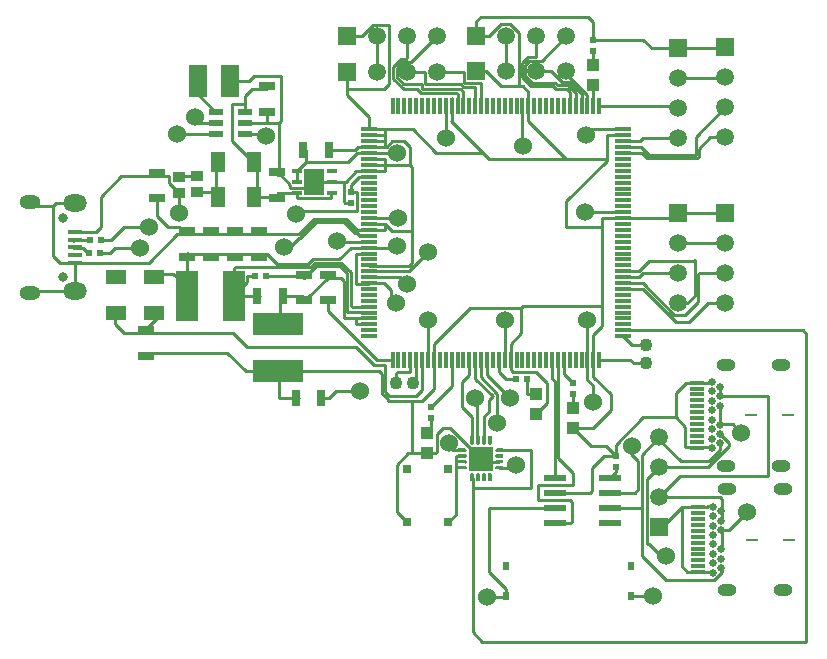
<source format=gtl>
G04 Layer_Physical_Order=1*
G04 Layer_Color=255*
%FSLAX24Y24*%
%MOIN*%
G70*
G01*
G75*
%ADD10R,0.0579X0.0311*%
%ADD11R,0.0236X0.0256*%
%ADD12R,0.0244X0.0236*%
%ADD13R,0.0394X0.0433*%
%ADD14R,0.0118X0.0581*%
%ADD15R,0.0581X0.0118*%
%ADD16R,0.0236X0.0244*%
%ADD17R,0.0752X0.1705*%
%ADD18R,0.1705X0.0752*%
%ADD19R,0.0472X0.0236*%
%ADD20R,0.0394X0.0354*%
%ADD21R,0.0669X0.0866*%
%ADD22R,0.0335X0.0157*%
%ADD23R,0.0492X0.0669*%
%ADD24R,0.0669X0.0492*%
%ADD25R,0.0512X0.0177*%
%ADD26C,0.0118*%
G04:AMPARAMS|DCode=27|XSize=78.7mil|YSize=78.7mil|CornerRadius=0mil|HoleSize=0mil|Usage=FLASHONLY|Rotation=270.000|XOffset=0mil|YOffset=0mil|HoleType=Round|Shape=RoundedRectangle|*
%AMROUNDEDRECTD27*
21,1,0.0787,0.0787,0,0,270.0*
21,1,0.0787,0.0787,0,0,270.0*
1,1,0.0000,-0.0394,-0.0394*
1,1,0.0000,-0.0394,0.0394*
1,1,0.0000,0.0394,0.0394*
1,1,0.0000,0.0394,-0.0394*
%
%ADD27ROUNDEDRECTD27*%
%ADD28R,0.0276X0.0276*%
%ADD29R,0.0780X0.0220*%
%ADD30R,0.0394X0.0079*%
%ADD31R,0.0472X0.0118*%
%ADD32R,0.0311X0.0579*%
%ADD33R,0.0602X0.1071*%
%ADD34C,0.0100*%
%ADD35C,0.0600*%
%ADD36C,0.0591*%
%ADD37R,0.0591X0.0591*%
%ADD38C,0.0433*%
%ADD39O,0.0787X0.0571*%
%ADD40O,0.0709X0.0453*%
%ADD41C,0.0315*%
%ADD42R,0.0591X0.0591*%
%ADD43O,0.0630X0.0394*%
%ADD44C,0.0256*%
G36*
X29232Y22835D02*
X29449D01*
Y22717D01*
X29232Y22712D01*
X29187Y22730D01*
X29168Y22776D01*
X29187Y22821D01*
X29232Y22840D01*
Y22835D01*
D02*
G37*
G36*
X28214Y22821D02*
X28233Y22776D01*
X28214Y22730D01*
X28169Y22712D01*
Y22717D01*
X27953D01*
Y22835D01*
X28169Y22840D01*
X28214Y22821D01*
D02*
G37*
G36*
X29232Y23031D02*
X29449D01*
Y22913D01*
X29232Y22909D01*
X29187Y22927D01*
X29168Y22972D01*
X29187Y23018D01*
X29232Y23036D01*
Y23031D01*
D02*
G37*
G36*
X28214Y23018D02*
X28233Y22972D01*
X28214Y22927D01*
X28169Y22909D01*
Y22913D01*
X27953D01*
Y23031D01*
X28169Y23036D01*
X28214Y23018D01*
D02*
G37*
G36*
X28648Y22585D02*
X28666Y22539D01*
X28661D01*
Y22323D01*
X28543D01*
X28538Y22539D01*
X28557Y22585D01*
X28602Y22603D01*
X28648Y22585D01*
D02*
G37*
G36*
X28451D02*
X28469Y22539D01*
X28465D01*
Y22323D01*
X28346D01*
X28342Y22539D01*
X28360Y22585D01*
X28406Y22603D01*
X28451Y22585D01*
D02*
G37*
G36*
X29041D02*
X29060Y22539D01*
X29055D01*
Y22323D01*
X28937D01*
X28932Y22539D01*
X28951Y22585D01*
X28996Y22603D01*
X29041Y22585D01*
D02*
G37*
G36*
X28844D02*
X28863Y22539D01*
X28858D01*
Y22323D01*
X28740D01*
X28735Y22539D01*
X28754Y22585D01*
X28799Y22603D01*
X28844Y22585D01*
D02*
G37*
G36*
X28666Y23602D02*
X28648Y23557D01*
X28602Y23538D01*
X28557Y23557D01*
X28538Y23602D01*
X28543D01*
Y23819D01*
X28661D01*
X28666Y23602D01*
D02*
G37*
G36*
X28469D02*
X28451Y23557D01*
X28406Y23538D01*
X28360Y23557D01*
X28342Y23602D01*
X28346D01*
Y23819D01*
X28465D01*
X28469Y23602D01*
D02*
G37*
G36*
X29060D02*
X29041Y23557D01*
X28996Y23538D01*
X28951Y23557D01*
X28932Y23602D01*
X28937D01*
Y23819D01*
X29055D01*
X29060Y23602D01*
D02*
G37*
G36*
X28863D02*
X28844Y23557D01*
X28799Y23538D01*
X28754Y23557D01*
X28735Y23602D01*
X28740D01*
Y23819D01*
X28858D01*
X28863Y23602D01*
D02*
G37*
G36*
X29232Y23228D02*
X29449D01*
Y23110D01*
X29232Y23105D01*
X29187Y23124D01*
X29168Y23169D01*
X29187Y23214D01*
X29232Y23233D01*
Y23228D01*
D02*
G37*
G36*
X28214Y23214D02*
X28233Y23169D01*
X28214Y23124D01*
X28169Y23105D01*
Y23110D01*
X27953D01*
Y23228D01*
X28169Y23233D01*
X28214Y23214D01*
D02*
G37*
G36*
X29232Y23425D02*
X29449D01*
Y23307D01*
X29232Y23302D01*
X29187Y23321D01*
X29168Y23366D01*
X29187Y23411D01*
X29232Y23430D01*
Y23425D01*
D02*
G37*
G36*
X28214Y23411D02*
X28233Y23366D01*
X28214Y23321D01*
X28169Y23302D01*
Y23307D01*
X27953D01*
Y23425D01*
X28169Y23430D01*
X28214Y23411D01*
D02*
G37*
D10*
X21575Y34642D02*
D03*
Y35496D02*
D03*
X22800Y28348D02*
D03*
Y29202D02*
D03*
X21300Y30652D02*
D03*
Y29798D02*
D03*
X20500Y30652D02*
D03*
Y29798D02*
D03*
X18900Y30652D02*
D03*
Y29798D02*
D03*
X19700Y30652D02*
D03*
Y29798D02*
D03*
X21900Y32627D02*
D03*
Y31773D02*
D03*
X23600Y29202D02*
D03*
Y28348D02*
D03*
X17900Y31748D02*
D03*
Y32602D02*
D03*
X17550Y26498D02*
D03*
Y27352D02*
D03*
D11*
X33701Y18504D02*
D03*
Y19504D02*
D03*
X29528Y18504D02*
D03*
Y19504D02*
D03*
D12*
X33189Y22811D02*
D03*
Y23173D02*
D03*
X32441Y36669D02*
D03*
Y37032D02*
D03*
X27047Y24803D02*
D03*
Y24441D02*
D03*
X31772Y25598D02*
D03*
Y25236D02*
D03*
X24370Y31591D02*
D03*
Y31953D02*
D03*
D13*
X32441Y35531D02*
D03*
Y36201D02*
D03*
X26890Y23917D02*
D03*
Y23248D02*
D03*
X31772Y24764D02*
D03*
Y24094D02*
D03*
X30551Y25236D02*
D03*
Y24567D02*
D03*
D14*
X25755Y34828D02*
D03*
X25952D02*
D03*
X26149D02*
D03*
X26346D02*
D03*
X26543D02*
D03*
X26739D02*
D03*
X26936D02*
D03*
X27133D02*
D03*
X27330D02*
D03*
X27527D02*
D03*
X27724D02*
D03*
X27920D02*
D03*
X28117D02*
D03*
X28314D02*
D03*
X28511D02*
D03*
X28708D02*
D03*
X28905D02*
D03*
X29102D02*
D03*
X29298D02*
D03*
X29495D02*
D03*
X29692D02*
D03*
X29889D02*
D03*
X30086D02*
D03*
X30283D02*
D03*
X30480D02*
D03*
X30676D02*
D03*
X30873D02*
D03*
X31070D02*
D03*
X31267D02*
D03*
X31464D02*
D03*
X31661D02*
D03*
X31857D02*
D03*
X32054D02*
D03*
X32251D02*
D03*
X32448D02*
D03*
X32645D02*
D03*
Y26372D02*
D03*
X32448D02*
D03*
X32251D02*
D03*
X32054D02*
D03*
X31857D02*
D03*
X31661D02*
D03*
X31464D02*
D03*
X31267D02*
D03*
X31070D02*
D03*
X30873D02*
D03*
X30676D02*
D03*
X30480D02*
D03*
X30283D02*
D03*
X30086D02*
D03*
X29889D02*
D03*
X29692D02*
D03*
X29495D02*
D03*
X29298D02*
D03*
X29102D02*
D03*
X28905D02*
D03*
X28708D02*
D03*
X28511D02*
D03*
X28314D02*
D03*
X28117D02*
D03*
X27920D02*
D03*
X27724D02*
D03*
X27527D02*
D03*
X27330D02*
D03*
X27133D02*
D03*
X26936D02*
D03*
X26739D02*
D03*
X26543D02*
D03*
X26346D02*
D03*
X26149D02*
D03*
X25952D02*
D03*
X25755D02*
D03*
D15*
X33428Y34045D02*
D03*
Y33848D02*
D03*
Y33651D02*
D03*
Y33454D02*
D03*
Y33257D02*
D03*
Y33061D02*
D03*
Y32864D02*
D03*
Y32667D02*
D03*
Y32470D02*
D03*
Y32273D02*
D03*
Y32076D02*
D03*
Y31880D02*
D03*
Y31683D02*
D03*
Y31486D02*
D03*
Y31289D02*
D03*
Y31092D02*
D03*
Y30895D02*
D03*
Y30698D02*
D03*
Y30502D02*
D03*
Y30305D02*
D03*
Y30108D02*
D03*
Y29911D02*
D03*
Y29714D02*
D03*
Y29517D02*
D03*
Y29320D02*
D03*
Y29124D02*
D03*
Y28927D02*
D03*
Y28730D02*
D03*
Y28533D02*
D03*
Y28336D02*
D03*
Y28139D02*
D03*
Y27943D02*
D03*
Y27746D02*
D03*
Y27549D02*
D03*
Y27352D02*
D03*
Y27155D02*
D03*
X24972D02*
D03*
Y27352D02*
D03*
Y27549D02*
D03*
Y27746D02*
D03*
Y27943D02*
D03*
Y28139D02*
D03*
Y28336D02*
D03*
Y28533D02*
D03*
Y28730D02*
D03*
Y28927D02*
D03*
Y29124D02*
D03*
Y29320D02*
D03*
Y29517D02*
D03*
Y29714D02*
D03*
Y29911D02*
D03*
Y30108D02*
D03*
Y30305D02*
D03*
Y30502D02*
D03*
Y30698D02*
D03*
Y30895D02*
D03*
Y31092D02*
D03*
Y31289D02*
D03*
Y31486D02*
D03*
Y31683D02*
D03*
Y31880D02*
D03*
Y32076D02*
D03*
Y32273D02*
D03*
Y32470D02*
D03*
Y32667D02*
D03*
Y32864D02*
D03*
Y33061D02*
D03*
Y33257D02*
D03*
Y33454D02*
D03*
Y33651D02*
D03*
Y33848D02*
D03*
Y34045D02*
D03*
D16*
X21169Y29150D02*
D03*
X21531D02*
D03*
X15661Y30354D02*
D03*
X16024D02*
D03*
X29882Y25732D02*
D03*
X30244D02*
D03*
X15646Y29921D02*
D03*
X16008D02*
D03*
D17*
X18900Y28500D02*
D03*
X20455D02*
D03*
D18*
X21950Y25995D02*
D03*
Y27550D02*
D03*
D19*
X19862Y33878D02*
D03*
Y34252D02*
D03*
Y34626D02*
D03*
X20846D02*
D03*
Y34252D02*
D03*
Y33878D02*
D03*
D20*
X18650Y31918D02*
D03*
Y32450D02*
D03*
X19250Y32482D02*
D03*
Y31950D02*
D03*
D21*
X23150Y32300D02*
D03*
D22*
X22579Y31926D02*
D03*
Y32300D02*
D03*
Y32674D02*
D03*
X23721D02*
D03*
Y32300D02*
D03*
Y31926D02*
D03*
D23*
X19950Y31800D02*
D03*
X21150D02*
D03*
X19951Y32953D02*
D03*
X21152D02*
D03*
D24*
X16535Y29144D02*
D03*
Y27943D02*
D03*
X17795Y29144D02*
D03*
Y27943D02*
D03*
D25*
X15177Y30630D02*
D03*
Y29606D02*
D03*
Y30374D02*
D03*
Y30118D02*
D03*
Y29862D02*
D03*
D26*
X29311Y22776D02*
D03*
Y22972D02*
D03*
Y23169D02*
D03*
Y23366D02*
D03*
X28996Y23681D02*
D03*
X28799D02*
D03*
X28602D02*
D03*
X28406D02*
D03*
X28091Y23366D02*
D03*
Y23169D02*
D03*
Y22972D02*
D03*
Y22776D02*
D03*
X28406Y22461D02*
D03*
X28602D02*
D03*
X28799D02*
D03*
X28996D02*
D03*
D27*
X28701Y23071D02*
D03*
D28*
X26240Y20974D02*
D03*
Y22726D02*
D03*
X27618D02*
D03*
Y20974D02*
D03*
D29*
X31157Y22443D02*
D03*
Y21943D02*
D03*
Y21443D02*
D03*
Y20943D02*
D03*
X33017D02*
D03*
Y21443D02*
D03*
Y21943D02*
D03*
Y22443D02*
D03*
D30*
X37715Y24525D02*
D03*
X38936D02*
D03*
X37750Y20370D02*
D03*
X38970D02*
D03*
D31*
X35912Y23442D02*
D03*
Y23639D02*
D03*
Y23836D02*
D03*
Y24033D02*
D03*
Y24230D02*
D03*
Y24427D02*
D03*
Y24624D02*
D03*
Y24820D02*
D03*
Y25017D02*
D03*
Y25214D02*
D03*
Y25411D02*
D03*
Y25608D02*
D03*
X35947Y19287D02*
D03*
Y19484D02*
D03*
Y19681D02*
D03*
Y19878D02*
D03*
Y20075D02*
D03*
Y20272D02*
D03*
Y20468D02*
D03*
Y20665D02*
D03*
Y20862D02*
D03*
Y21059D02*
D03*
Y21256D02*
D03*
Y21453D02*
D03*
D32*
X22102Y28500D02*
D03*
X21248D02*
D03*
X22526Y25079D02*
D03*
X23380D02*
D03*
X23627Y33350D02*
D03*
X22773D02*
D03*
D33*
X20338Y35660D02*
D03*
X19282D02*
D03*
D34*
X21239Y31800D02*
Y33013D01*
X21825Y31800D02*
X21951Y31926D01*
X21063Y35394D02*
X21575D01*
X21181Y33071D02*
X21239Y33013D01*
X36386Y25610D02*
X36406Y25630D01*
X36260Y21496D02*
X36445D01*
X35579Y19311D02*
X36425D01*
X35394Y21457D02*
X36220D01*
X27145Y25395D02*
Y26905D01*
X24550Y32650D02*
X25500D01*
X21969Y32593D02*
Y34252D01*
X21900Y32525D02*
X22025D01*
X21900D02*
X21969Y32593D01*
X24555Y30705D02*
X25495D01*
X18900Y30550D02*
X22637D01*
X18650Y30800D02*
X18900Y30550D01*
X17550Y26600D02*
X20250D01*
X18582Y30550D02*
X18900D01*
X36425Y19311D02*
X36445Y19291D01*
X19861Y31800D02*
Y32650D01*
X18900Y29926D02*
X18925Y29900D01*
X15138Y30354D02*
X15661D01*
X15118Y30079D02*
X15433D01*
X32858Y23504D02*
X33189Y23173D01*
X32362Y23504D02*
X32858D01*
X31772Y24094D02*
X32362Y23504D01*
X33701Y18504D02*
X34449D01*
X28976Y21417D02*
X29002Y21443D01*
X31157D01*
Y20943D02*
X31691D01*
X31732Y20984D01*
Y21614D01*
X31654Y21693D02*
X31732Y21614D01*
X30591Y21693D02*
X31654D01*
X30591D02*
Y22205D01*
X28976Y19291D02*
Y21417D01*
Y19291D02*
X29528Y18740D01*
Y18504D02*
Y18740D01*
X28425Y17283D02*
X28740Y16968D01*
X28425Y17283D02*
Y22087D01*
X29488Y18465D02*
X29528Y18504D01*
X28898Y18465D02*
X29488D01*
X18255Y30800D02*
X18650D01*
X17900Y31155D02*
X18255Y30800D01*
X18650Y31547D02*
Y31918D01*
X30591Y22205D02*
X31772D01*
Y22598D01*
X31267Y23103D02*
X31772Y22598D01*
X31267Y23103D02*
Y26372D01*
X31070Y25741D02*
Y26372D01*
Y25741D02*
X31157Y25654D01*
Y22443D02*
Y25654D01*
X30157Y22087D02*
X30354D01*
X28425D02*
X30157D01*
X33428Y27352D02*
X39420D01*
X30157Y22087D02*
X30157Y22087D01*
X31772Y24764D02*
Y25236D01*
X29764Y25945D02*
X30551D01*
X30906Y25591D01*
X36969Y20709D02*
X37559Y21299D01*
X29311Y23366D02*
X30354D01*
Y22087D02*
Y23366D01*
X32819Y23173D02*
X33189D01*
X32402Y22756D02*
X32819Y23173D01*
X32402Y21996D02*
Y22756D01*
X32348Y21943D02*
X32402Y21996D01*
X31157Y21943D02*
X32348D01*
X35197Y24449D02*
X35512Y24134D01*
X34094Y24449D02*
X35197D01*
X33189Y23543D02*
X34094Y24449D01*
X33189Y23173D02*
Y23543D01*
X33017Y22443D02*
X33189Y22615D01*
Y22811D01*
X33937Y22047D02*
Y22992D01*
X33833Y21943D02*
X33937Y22047D01*
X33017Y21943D02*
X33833D01*
X33701Y23228D02*
X33937Y22992D01*
X34055Y21457D02*
Y23205D01*
Y19843D02*
Y21457D01*
X34041Y21443D02*
X34055Y21457D01*
X33017Y21443D02*
X34041D01*
X34732Y20795D02*
X35394Y21457D01*
X34646Y20795D02*
X34732D01*
X34291Y20236D02*
X34764Y19764D01*
X34252Y20236D02*
X34291D01*
X37087Y24213D02*
X37205Y24094D01*
X35331Y22480D02*
X38268D01*
Y25157D01*
X36220Y21457D02*
X36260Y21496D01*
X34882Y19016D02*
X36457D01*
X36720Y19280D01*
X34055Y19843D02*
X34882Y19016D01*
X34055Y23205D02*
X34646Y23795D01*
X34252Y20236D02*
Y22402D01*
X34646Y22795D01*
X36260D02*
X36969Y23504D01*
X36299Y22992D02*
X36681Y23374D01*
X35354Y22992D02*
X36299D01*
X34646Y21795D02*
X35331Y22480D01*
X36669Y21795D02*
X36720Y21744D01*
X34646Y21795D02*
X36669D01*
X34646Y23701D02*
X35354Y22992D01*
X34646Y23701D02*
Y23795D01*
X36969Y23504D02*
Y23610D01*
X34646Y22795D02*
X36260D01*
X13681Y28593D02*
X13740Y28652D01*
X15177D01*
X25244Y35945D02*
Y37165D01*
X24972Y34045D02*
Y34476D01*
X24252Y35197D02*
X24972Y34476D01*
X24252Y35197D02*
Y35394D01*
X24244Y35945D02*
X24252Y35937D01*
Y35394D02*
Y35937D01*
Y35394D02*
X25472D01*
X25630Y35551D01*
Y37520D01*
X25392D02*
X25630D01*
X25391Y37521D02*
X25392Y37520D01*
X25097Y37521D02*
X25391D01*
X24742Y37165D02*
X25097Y37521D01*
X24244Y37165D02*
X24742D01*
X27920Y34828D02*
Y35229D01*
X27874Y35276D02*
X27920Y35229D01*
X26693Y35276D02*
X27874D01*
X26575Y35394D02*
X26693Y35276D01*
X26121Y35394D02*
X26575D01*
X28031D02*
X28117Y35308D01*
Y34828D02*
Y35308D01*
X28110Y35472D02*
X28504D01*
X28031Y35551D02*
X28110Y35472D01*
X26850Y35551D02*
X28031D01*
X28150Y35591D02*
Y35945D01*
Y35591D02*
X28701D01*
X28708Y35583D01*
X25779Y35735D02*
X26121Y35394D01*
X25889Y35781D02*
Y36092D01*
X25779Y35735D02*
Y36138D01*
X26051Y36410D01*
X26213D01*
X26244Y36441D01*
Y37165D01*
X26732Y35394D02*
X28031D01*
X26732D02*
Y35551D01*
X26119D02*
X26732D01*
X25889Y35781D02*
X26119Y35551D01*
X25889Y36092D02*
X26097Y36300D01*
X26379D01*
X27244Y37165D01*
X28504Y34835D02*
X28511Y34828D01*
X28504Y34835D02*
Y35472D01*
X26850Y35551D02*
Y35945D01*
X26244D02*
X26850D01*
X28708Y34828D02*
Y35583D01*
X27244Y35945D02*
X28150D01*
X29660Y37559D02*
X29960Y37259D01*
X29370Y37559D02*
X29660D01*
X29960Y35746D02*
X29962Y35745D01*
X29960Y35746D02*
Y37259D01*
X28976Y37165D02*
X29370Y37559D01*
X28551Y37165D02*
X28976D01*
X28535Y35984D02*
X28551Y36000D01*
X31661Y34828D02*
Y35308D01*
X31575Y35394D02*
X31661Y35308D01*
X31189Y35394D02*
X31575D01*
X31102Y35481D02*
X31189Y35394D01*
X30381Y35481D02*
X31102D01*
X30070Y35792D02*
X30381Y35481D01*
X30070Y35792D02*
Y36249D01*
X30316Y36340D02*
X30725D01*
X30180Y36204D02*
X30316Y36340D01*
X30070Y36249D02*
X30270Y36450D01*
X30544D01*
X30551Y36457D01*
Y37165D01*
X31857Y34828D02*
Y35269D01*
X31614Y35512D02*
X31857Y35269D01*
X31260Y35512D02*
X31614D01*
X31181Y35591D02*
X31260Y35512D01*
X30427Y35591D02*
X31181D01*
X30180Y35837D02*
X30427Y35591D01*
X30180Y35837D02*
Y36204D01*
X30725Y36340D02*
X31551Y37165D01*
X29535Y35984D02*
X29551Y36000D01*
Y37165D01*
X32441Y37032D02*
Y37638D01*
X32283Y37795D02*
X32441Y37638D01*
X28701Y37795D02*
X32283D01*
X28551Y37646D02*
X28701Y37795D01*
X28551Y37165D02*
Y37646D01*
X30283Y34828D02*
Y35308D01*
X32054Y34828D02*
Y35229D01*
X31654Y35629D02*
X32054Y35229D01*
X31388Y35629D02*
X31654D01*
X31033Y35984D02*
X31388Y35629D01*
X30535Y35984D02*
X31033D01*
X32251Y34828D02*
Y35188D01*
X31535Y35904D02*
X32251Y35188D01*
X31535Y35904D02*
Y35984D01*
X36819Y35748D02*
X36850Y35780D01*
X35276Y35748D02*
X36819D01*
X34067Y33257D02*
X34246Y33079D01*
X33428Y33257D02*
X34067D01*
X34246Y33079D02*
X35912D01*
X35976Y33143D01*
Y33408D01*
X36348Y33780D01*
X36850D01*
X33428Y33454D02*
X34026D01*
X34291Y33189D01*
X35866D01*
Y33795D01*
X36850Y34780D01*
X35116Y31092D02*
X35276Y31252D01*
X33428Y31092D02*
X35116D01*
X33420Y31100D02*
X33428Y31092D01*
X32750Y31100D02*
X33420D01*
X34098Y28927D02*
X35151Y27874D01*
X33428Y28927D02*
X34098D01*
X33428Y28730D02*
X34105D01*
X35197Y27638D01*
X35630D01*
X36268Y28276D01*
X36850D01*
X35151Y27874D02*
X35512D01*
X35945Y28307D01*
Y29213D01*
X36008Y29276D01*
X36850D01*
X33428Y29320D02*
X33966D01*
X34291Y29646D01*
X35787D01*
X35827Y29685D01*
Y28504D02*
Y29685D01*
X35575Y28252D02*
X35827Y28504D01*
X35276Y28252D02*
X35575D01*
X33428Y29124D02*
X33966D01*
X34094Y29252D01*
X35276D01*
X32441Y34835D02*
X32448Y34828D01*
X32441Y34835D02*
Y35531D01*
Y36201D02*
Y36669D01*
X24370Y31953D02*
X24567D01*
X25495Y33651D02*
Y33848D01*
Y34045D01*
X25554Y33454D02*
X25750Y33650D01*
X24500Y33350D02*
X24604Y33454D01*
X24276Y32970D02*
X24563Y33257D01*
X22875Y32970D02*
X24276D01*
X22350Y32100D02*
X22950D01*
X22350D02*
Y32200D01*
X22025Y32525D02*
X22350Y32200D01*
X22950Y32100D02*
X23150Y32300D01*
X24972Y29320D02*
X26289D01*
X26929Y29961D01*
X18563Y33878D02*
X19862D01*
X19291Y34252D02*
X19862D01*
X20394Y34882D02*
X20846D01*
X20394Y33661D02*
Y34882D01*
X20846D02*
Y35177D01*
Y34626D02*
Y34882D01*
X21969Y34252D02*
X22047Y34331D01*
X21575Y34252D02*
X21969D01*
X20846Y35177D02*
X21063Y35394D01*
X21476Y33878D02*
X21535Y33819D01*
X20846Y33878D02*
X21476D01*
X22638Y31339D02*
X24567D01*
Y31953D01*
X24134Y32300D02*
X24200D01*
X23721D02*
X24134D01*
Y31614D02*
Y32300D01*
Y31614D02*
X24157Y31591D01*
X24370D01*
Y31953D02*
Y32205D01*
X24635Y32470D01*
X24972D01*
X22579Y32674D02*
X22875Y32970D01*
X32645Y26372D02*
X33678D01*
X33737Y26845D02*
X34200D01*
X18650Y32450D02*
X18681Y32482D01*
X19250D01*
X19711Y31950D02*
X19861Y31800D01*
X19250Y31950D02*
X19711D01*
X21951Y31926D02*
X22579D01*
X21239Y31800D02*
X21825D01*
X28985Y33050D02*
X31550D01*
X32750Y30800D02*
Y31100D01*
Y28150D02*
Y30800D01*
X31550D02*
X32750D01*
X31550D02*
Y31650D01*
X32895Y32995D01*
X30050Y28100D02*
X30100Y28150D01*
X32750D01*
Y27500D02*
Y28150D01*
X32445Y27195D02*
X32750Y27500D01*
X32445Y26905D02*
Y27195D01*
X29695Y26905D02*
X30050Y27259D01*
Y28100D01*
X28341D02*
X30050D01*
X27145Y26905D02*
X28341Y28100D01*
X26350Y32850D02*
X26400Y32800D01*
Y30650D02*
Y32800D01*
X25495Y30705D02*
Y30895D01*
X25500Y32850D02*
X26350D01*
X25500D02*
Y33050D01*
Y32650D02*
Y32850D01*
X26350D02*
Y33450D01*
X26150Y33650D02*
X26350Y33450D01*
X25750Y33650D02*
X26150D01*
X25496Y33454D02*
X25554D01*
X24972Y33848D02*
X25495D01*
Y33455D02*
Y33651D01*
Y33455D02*
X25496Y33454D01*
X24972Y31092D02*
X25942D01*
X24200Y32300D02*
X24550Y32650D01*
X24140Y27760D02*
X24549D01*
X23600Y28000D02*
X25250Y26350D01*
X26936Y26372D02*
Y27486D01*
X29495Y26372D02*
Y27495D01*
X32251Y26372D02*
Y27499D01*
X32161Y31289D02*
X33428D01*
X32405Y34045D02*
X33428D01*
X24972Y33257D02*
X25693D01*
X23150Y32300D02*
X23721D01*
X22579D02*
Y32674D01*
X20855Y25995D02*
X21950D01*
X20250Y26600D02*
X20855Y25995D01*
X26750Y25000D02*
X27145Y25395D01*
X25390Y25254D02*
X25644Y25000D01*
X25500Y25300D02*
Y26200D01*
X25390Y25254D02*
Y25910D01*
X25305Y25995D02*
X25390Y25910D01*
X21950Y25995D02*
X25305D01*
X22579Y31771D02*
Y31926D01*
Y31771D02*
X22600Y31750D01*
X23700D01*
Y31905D01*
X23721Y31926D01*
X24972Y33061D02*
X24983Y33050D01*
X24972Y32864D02*
X24986Y32850D01*
X32448Y26372D02*
Y26902D01*
X32445Y26905D02*
X32448Y26902D01*
X29692Y26372D02*
X29695Y26376D01*
Y26905D01*
X24972Y29517D02*
X24985Y29505D01*
X24972Y30895D02*
X25495D01*
X26550Y25150D02*
X26750Y25350D01*
X25650Y25150D02*
X26550D01*
X26739Y26372D02*
X26750Y26362D01*
X25150Y26200D02*
X25500D01*
X25859Y25909D02*
X25904Y25954D01*
X25500Y25300D02*
X25650Y25150D01*
X26450Y25600D02*
X26543Y25693D01*
X25859Y25600D02*
Y25909D01*
X20450Y27250D02*
X20900Y26800D01*
X18439Y29239D02*
X18900Y28778D01*
X24046Y29610D02*
X24360Y29296D01*
X23155Y29610D02*
X24046D01*
X22995Y29450D02*
X23155Y29610D01*
X20500Y29450D02*
X22995D01*
X20455Y29405D02*
X20500Y29450D01*
X20455Y28500D02*
Y29405D01*
X22750Y29150D02*
X22800Y29100D01*
X21531Y29150D02*
X22750D01*
X23200Y29500D02*
X24000D01*
X22950Y28450D02*
X23600Y29100D01*
X25733Y26350D02*
X25755Y26372D01*
X24250Y27950D02*
X24965D01*
X24549Y27760D02*
X24958D01*
X24550Y27550D02*
X24551Y27549D01*
X24549Y27760D02*
X24550Y27759D01*
X24958Y27760D02*
X24972Y27746D01*
X24050Y29100D02*
X24140Y29010D01*
X24965Y27950D02*
X24972Y27943D01*
X24000Y29500D02*
X24250Y29250D01*
X20900Y29150D02*
X21169D01*
X20900Y28945D02*
Y29150D01*
X20455Y28500D02*
X20900Y28945D01*
X18900Y28500D02*
Y28778D01*
X22750Y28500D02*
X22800Y28450D01*
X21950Y27550D02*
X22000Y27600D01*
X15118Y30335D02*
X15138Y30354D01*
X15433Y30079D02*
X15591Y29921D01*
X15646D01*
X15685D01*
X20900Y26800D02*
X24550D01*
X25150Y26200D01*
X24985Y29505D02*
X26299D01*
X26400Y29606D02*
Y30650D01*
X26299Y29505D02*
X26400Y29606D01*
X25495Y30895D02*
X25741Y30650D01*
X26400D01*
X24538Y29911D02*
X24972D01*
X24538Y28908D02*
Y29911D01*
Y28908D02*
X24954D01*
X24972Y28927D01*
X24140Y27760D02*
Y29010D01*
X24250Y27950D02*
Y29250D01*
X24972Y29124D02*
X25994D01*
X26220Y28898D01*
X24360Y28190D02*
Y29296D01*
Y28190D02*
X24411Y28139D01*
X24972D01*
X24358Y30108D02*
X24972D01*
X25483Y28927D02*
X25709Y28701D01*
Y28425D02*
Y28701D01*
X18000Y29239D02*
X18439D01*
X16496Y27559D02*
X16806Y27250D01*
X20394Y33661D02*
X21102Y32953D01*
X21152D01*
X25709Y28425D02*
X25866Y28268D01*
X23878Y25315D02*
X24685D01*
X23642Y25079D02*
X23878Y25315D01*
X21969Y25079D02*
Y25976D01*
X21950Y25995D02*
X21969Y25976D01*
X27717Y34317D02*
X27724Y34324D01*
X24972Y34045D02*
X25495D01*
X26428D02*
X27205Y33268D01*
X28767D01*
X25495Y34045D02*
X26428D01*
X28767Y33268D02*
X28985Y33050D01*
X28799Y22972D02*
X29311D01*
X28701Y23071D02*
X28799Y22972D01*
X28406Y23681D02*
Y24469D01*
X29252Y24252D02*
Y25236D01*
X24972Y33651D02*
X25495D01*
X24972Y28927D02*
X25483D01*
X28708Y25780D02*
X29252Y25236D01*
X27717Y34317D02*
X28767Y33268D01*
X30283Y34317D02*
X31550Y33050D01*
X24983D02*
X25500D01*
X24986Y32850D02*
X25500D01*
X27047Y24803D02*
X27724Y25480D01*
X29298Y25977D02*
X29543Y25732D01*
X29882D01*
X31464Y25906D02*
X31772Y25598D01*
X28071Y24803D02*
X28406Y24469D01*
X28071Y24803D02*
Y25630D01*
X28314Y25873D01*
X28511Y25741D02*
X29094Y25157D01*
X28976Y25039D02*
X29094Y25157D01*
X28976Y24646D02*
Y25039D01*
X28799Y24469D02*
X28976Y24646D01*
X28799Y23681D02*
Y24469D01*
X28583Y23740D02*
Y24961D01*
X28708Y25780D02*
Y26372D01*
X28314Y25873D02*
Y26372D01*
X24563Y33257D02*
X24972D01*
X27527Y33923D02*
Y34828D01*
X30086Y33764D02*
Y34828D01*
X26750Y25350D02*
Y26362D01*
X29298Y25977D02*
Y26372D01*
X24551Y27549D02*
X24972D01*
X24550Y27550D02*
Y27759D01*
X27724Y25480D02*
Y26372D01*
X28511Y25741D02*
Y26372D01*
X26543Y25693D02*
Y26372D01*
X25250Y26350D02*
X25733D01*
X24972Y33454D02*
X25496D01*
X27724Y34324D02*
Y34828D01*
X30283Y34317D02*
Y34828D01*
X24604Y33454D02*
X24972D01*
X25904Y25954D02*
X26346D01*
Y26372D01*
X31464Y25906D02*
Y26372D01*
X33428Y27155D02*
X33737Y26845D01*
X28905Y25859D02*
Y26372D01*
Y25859D02*
X29685Y25079D01*
X30244Y25244D02*
Y25732D01*
Y25244D02*
X30543D01*
X30551Y25236D01*
X27047Y23976D02*
Y24441D01*
X27008Y23937D02*
X27047Y23976D01*
X27185Y23248D02*
X27244Y23307D01*
X26890Y23248D02*
X27185D01*
X26417Y23268D02*
Y25000D01*
Y23268D02*
X26437Y23248D01*
X25644Y25000D02*
X26417D01*
X26750D01*
X29692Y26017D02*
Y26372D01*
Y26017D02*
X29764Y25945D01*
X30906Y24921D02*
Y25591D01*
X30551Y24567D02*
X30906Y24921D01*
X33795Y26255D02*
X34200D01*
X33678Y26372D02*
X33795Y26255D01*
X27441Y24094D02*
X27677D01*
X28701Y23071D01*
X27736Y23366D02*
X28091D01*
X27244Y23898D02*
X27441Y24094D01*
X27244Y23307D02*
Y23898D01*
X29311Y22776D02*
X29744D01*
X31772Y24094D02*
X32448D01*
Y25803D02*
Y26372D01*
Y24094D02*
X33031Y24678D01*
Y25219D01*
X32448Y25803D02*
X33031Y25219D01*
X32441Y24961D02*
Y25512D01*
X32251Y25702D02*
X32441Y25512D01*
X32251Y25702D02*
Y26372D01*
X28425Y22087D02*
Y22441D01*
X28406Y22461D02*
X28425Y22441D01*
X27854Y23169D02*
X28091D01*
X27854Y21211D02*
Y23169D01*
X27618Y20974D02*
X27854Y21211D01*
X25906Y22874D02*
X26280Y23248D01*
X25906Y21309D02*
Y22874D01*
Y21309D02*
X26240Y20974D01*
X26280Y23248D02*
X26437D01*
X26890D01*
X16024Y31811D02*
X16712Y32500D01*
X16024Y30787D02*
Y31811D01*
X15866Y30630D02*
X16024Y30787D01*
X15177Y30630D02*
X15866D01*
X21556Y29900D02*
X21890Y29567D01*
X23974Y29724D02*
X24358Y30108D01*
X24084Y30305D02*
X24972D01*
X22520Y31220D02*
X22638Y31339D01*
X24196Y31063D02*
X24555Y30705D01*
X22637Y30550D02*
X23150Y31063D01*
X24196D01*
X22126Y30140D02*
X22345D01*
X22645Y30440D01*
X22682D01*
X23195Y30953D01*
X24151D01*
X24509Y30595D01*
X24563D01*
X24656Y30502D01*
X24972D01*
X16496Y30079D02*
X17323D01*
X16339Y29921D02*
X16496Y30079D01*
X16008Y29921D02*
X16339D01*
X16811Y30787D02*
X17638D01*
X16378Y30354D02*
X16811Y30787D01*
X16024Y30354D02*
X16378D01*
X14449Y29843D02*
Y31496D01*
Y29843D02*
X14685Y29606D01*
X15177D01*
Y28652D02*
Y29606D01*
X13829Y31496D02*
X14449D01*
X13681Y31644D02*
X13829Y31496D01*
X14449D02*
X14537Y31585D01*
X15177D01*
X18300Y32500D02*
X18319Y32482D01*
Y32250D02*
Y32482D01*
Y32250D02*
X18650Y31918D01*
X17638Y29606D02*
X18582Y30550D01*
X15177Y29606D02*
X17638D01*
X32645Y34828D02*
X35196D01*
X35276Y34748D01*
X34102Y33748D02*
X35276D01*
X34006Y33651D02*
X34102Y33748D01*
X33428Y33651D02*
X34006D01*
X28511Y34828D02*
Y35079D01*
X27724Y34828D02*
Y35095D01*
X32441Y37032D02*
X34110D01*
X34394Y36748D01*
X35276D01*
X33428Y28730D02*
X33438Y28740D01*
X35276Y36748D02*
X36819D01*
X36850Y36780D01*
X35276Y31252D02*
X36827D01*
X36850Y31276D01*
X35276Y30252D02*
X36827D01*
X36850Y30276D01*
X20846Y34252D02*
X21575D01*
X22047Y34331D02*
Y35827D01*
X21142D02*
X22047D01*
X28740Y16968D02*
X39528D01*
Y27244D01*
X39420Y27352D02*
X39528Y27244D01*
X28535Y35984D02*
X28858D01*
X29962Y35484D02*
Y35745D01*
X28858Y35984D02*
X29358Y35484D01*
X30106D02*
X30283Y35308D01*
X29358Y35484D02*
X29962D01*
X30106D01*
X23110Y29724D02*
X23974D01*
X21890Y29567D02*
X22953D01*
X23110Y29724D01*
X35512Y23465D02*
Y24134D01*
X36681Y24213D02*
X37087D01*
X36681Y25157D02*
X38268D01*
X35913Y25610D02*
X36386D01*
X35512Y23465D02*
X35894D01*
X35913Y23445D02*
X36386D01*
X36406Y23425D01*
X35894Y23465D02*
X35913Y23445D01*
X36720Y20709D02*
X36969D01*
X35528Y25608D02*
X35912D01*
X35197Y25277D02*
X35528Y25608D01*
X35197Y24449D02*
Y25277D01*
X36720Y19280D02*
Y19449D01*
X35394Y19496D02*
Y21457D01*
Y19496D02*
X35579Y19311D01*
X18900Y28778D02*
Y29798D01*
Y29900D01*
X23278Y25079D02*
X23380D01*
X23642D01*
X17550Y27250D02*
Y27352D01*
Y27411D01*
X22000Y28500D02*
X22102D01*
X22750D01*
X23600Y28000D02*
Y28348D01*
Y28450D01*
X17900Y31155D02*
Y31748D01*
Y31850D01*
X21969Y25079D02*
X22526D01*
X22628D01*
X23525Y33350D02*
X23627D01*
X24500D01*
X21575Y34252D02*
Y34642D01*
Y34744D01*
X20455Y28500D02*
X21248D01*
X21350D01*
X32895Y32995D02*
Y33848D01*
X33428D01*
X16806Y27250D02*
X17550D01*
X20450D01*
X16496Y27559D02*
Y28022D01*
X17550Y27411D02*
X18000Y27861D01*
X22800Y29100D02*
X23200Y29500D01*
X24972Y30108D02*
X25752D01*
X18925Y29900D02*
X20500D01*
X21556D01*
X18900D02*
X18925D01*
X22875Y32970D02*
Y33350D01*
X31550Y33050D02*
X32841D01*
X32895Y32995D01*
X19079Y35409D02*
X19862Y34626D01*
X19079Y35409D02*
Y35456D01*
X19282Y35660D01*
X20338D02*
X20975D01*
X21142Y35827D01*
X22000Y27600D02*
Y28500D01*
X22800Y28450D02*
X22950D01*
X23600Y29100D02*
X24050D01*
X16712Y32500D02*
X18300D01*
X36681Y23898D02*
X36969Y23610D01*
X34764Y19764D02*
X34882D01*
X36681Y23374D02*
Y23583D01*
Y25157D02*
Y25472D01*
X36720Y21024D02*
Y21744D01*
X36681Y24213D02*
Y24843D01*
X36720Y20079D02*
Y20709D01*
D35*
X34449Y18504D02*
D03*
X28898Y18465D02*
D03*
X18622Y31260D02*
D03*
X33740Y23504D02*
D03*
X34882Y19843D02*
D03*
X37559Y21299D02*
D03*
X37362Y23937D02*
D03*
X26220Y28898D02*
D03*
X18563Y33878D02*
D03*
X26929Y29961D02*
D03*
X19173Y34449D02*
D03*
X21535Y33819D02*
D03*
X22520Y31220D02*
D03*
X25942Y31092D02*
D03*
X26950Y27700D02*
D03*
X29500D02*
D03*
X32250D02*
D03*
X32161Y31289D02*
D03*
X32200Y33850D02*
D03*
X30100Y33500D02*
D03*
X27550Y33750D02*
D03*
X25900Y33250D02*
D03*
X25866Y28268D02*
D03*
X24685Y25315D02*
D03*
X27638Y23583D02*
D03*
X29252Y24252D02*
D03*
X28504Y25079D02*
D03*
X29685D02*
D03*
X29882Y22874D02*
D03*
X32441Y24961D02*
D03*
X22126Y30140D02*
D03*
X23898Y30315D02*
D03*
X17323Y30079D02*
D03*
X17638Y30787D02*
D03*
X25910Y30160D02*
D03*
D36*
X34646Y23795D02*
D03*
Y22795D02*
D03*
Y21795D02*
D03*
X35276Y33748D02*
D03*
Y34748D02*
D03*
Y35748D02*
D03*
Y28252D02*
D03*
Y29252D02*
D03*
Y30252D02*
D03*
X31551Y37165D02*
D03*
X30551D02*
D03*
X29551D02*
D03*
X27244D02*
D03*
X26244D02*
D03*
X25244D02*
D03*
X36850Y33780D02*
D03*
Y34780D02*
D03*
Y35780D02*
D03*
Y28276D02*
D03*
Y29276D02*
D03*
Y30276D02*
D03*
X27244Y35945D02*
D03*
X26244D02*
D03*
X25244D02*
D03*
X31535Y35984D02*
D03*
X30535D02*
D03*
X29535D02*
D03*
D37*
X34646Y20795D02*
D03*
X35276Y36748D02*
D03*
Y31252D02*
D03*
X36850Y36780D02*
D03*
Y31276D02*
D03*
D38*
X26450Y25600D02*
D03*
X25859D02*
D03*
X34200Y26845D02*
D03*
Y26255D02*
D03*
D39*
X15177Y31585D02*
D03*
Y28652D02*
D03*
D40*
X13681Y31644D02*
D03*
Y28593D02*
D03*
D41*
X14764Y31102D02*
D03*
Y29134D02*
D03*
D42*
X28551Y37165D02*
D03*
X24244D02*
D03*
Y35945D02*
D03*
X28535Y35984D02*
D03*
D43*
X38719Y22844D02*
D03*
Y26206D02*
D03*
X36857Y22844D02*
D03*
X38754Y18689D02*
D03*
Y22051D02*
D03*
X36892Y18689D02*
D03*
Y22051D02*
D03*
X36857Y26206D02*
D03*
D44*
X36680Y25470D02*
D03*
Y23580D02*
D03*
Y25155D02*
D03*
Y23895D02*
D03*
Y24840D02*
D03*
Y24210D02*
D03*
X36404Y25627D02*
D03*
Y23423D02*
D03*
Y25313D02*
D03*
Y23738D02*
D03*
Y24998D02*
D03*
Y24053D02*
D03*
Y24683D02*
D03*
Y24368D02*
D03*
X36715Y21315D02*
D03*
Y19425D02*
D03*
Y21000D02*
D03*
Y19740D02*
D03*
Y20685D02*
D03*
Y20055D02*
D03*
X36439Y21472D02*
D03*
Y19268D02*
D03*
Y21157D02*
D03*
Y19583D02*
D03*
Y20842D02*
D03*
Y19898D02*
D03*
Y20527D02*
D03*
Y20213D02*
D03*
M02*

</source>
